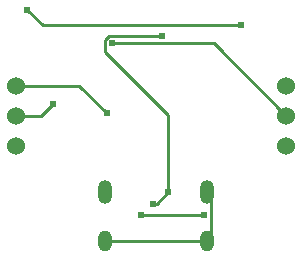
<source format=gbl>
G04 Layer: BottomLayer*
G04 EasyEDA v6.5.15, 2022-09-30 09:11:36*
G04 c4fc160ae67e4dbf9a9ecab7d7680e70,7db2125e4611476bb2993bf99425ef50,10*
G04 Gerber Generator version 0.2*
G04 Scale: 100 percent, Rotated: No, Reflected: No *
G04 Dimensions in millimeters *
G04 leading zeros omitted , absolute positions ,4 integer and 5 decimal *
%FSLAX45Y45*%
%MOMM*%

%ADD10C,0.2540*%
%ADD11O,1.1999976X1.7999964*%
%ADD12O,1.1999976X1.9999959999999999*%
%ADD13C,1.5240*%
%ADD14C,0.6100*%

%LPD*%
D10*
X9171660Y10332110D02*
G01*
X8638006Y10332110D01*
X8813800Y11849735D02*
G01*
X8366582Y11849735D01*
X8330438Y11813590D01*
X8330438Y11715622D01*
X8865793Y11180267D01*
X8865793Y10526191D01*
X8865793Y10526191D02*
G01*
X8771331Y10431729D01*
X8738006Y10431729D01*
X9195003Y10113467D02*
G01*
X8330996Y10113467D01*
X7581900Y11176000D02*
G01*
X7794472Y11176000D01*
X7896097Y11277625D01*
X9195003Y10113467D02*
G01*
X9230233Y10148696D01*
X9230233Y10496245D01*
X9195003Y10531475D01*
X7677404Y12071908D02*
G01*
X7807350Y11941962D01*
X9486900Y11941962D01*
X8389035Y11787631D02*
G01*
X9256268Y11787631D01*
X9867900Y11176000D01*
X8347862Y11196015D02*
G01*
X8113877Y11430000D01*
X7581900Y11430000D01*
D11*
G01*
X9195003Y10113467D03*
D12*
G01*
X9195003Y10531475D03*
G01*
X8330996Y10531475D03*
D11*
G01*
X8330996Y10113467D03*
D13*
G01*
X7581900Y11430000D03*
G01*
X7581900Y11176000D03*
G01*
X7581900Y10922000D03*
G01*
X9867900Y11430000D03*
G01*
X9867900Y11176000D03*
G01*
X9867900Y10922000D03*
D14*
G01*
X8347862Y11196015D03*
G01*
X8389035Y11787631D03*
G01*
X7677404Y12071908D03*
G01*
X9486900Y11941962D03*
G01*
X7896097Y11277625D03*
G01*
X8738006Y10431729D03*
G01*
X8813800Y11849735D03*
G01*
X8865793Y10526191D03*
G01*
X9171660Y10332110D03*
G01*
X8638006Y10332110D03*
M02*

</source>
